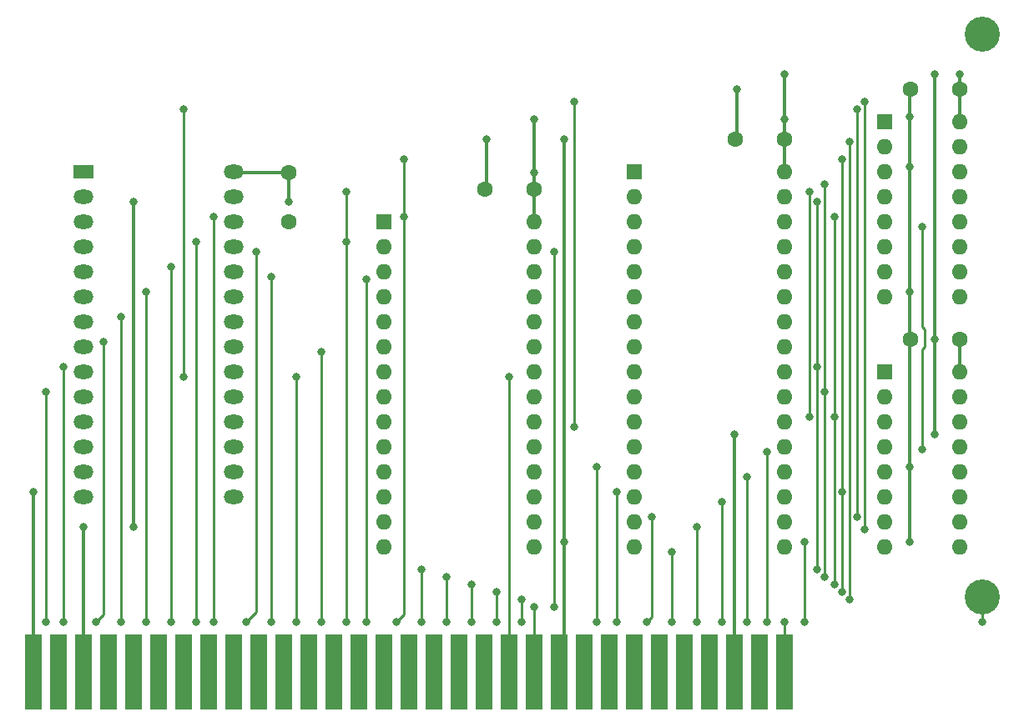
<source format=gbr>
G04 #@! TF.GenerationSoftware,KiCad,Pcbnew,(5.1.8)-1*
G04 #@! TF.CreationDate,2022-01-27T18:09:43-07:00*
G04 #@! TF.ProjectId,512k,3531326b-2e6b-4696-9361-645f70636258,rev?*
G04 #@! TF.SameCoordinates,Original*
G04 #@! TF.FileFunction,Copper,L2,Bot*
G04 #@! TF.FilePolarity,Positive*
%FSLAX46Y46*%
G04 Gerber Fmt 4.6, Leading zero omitted, Abs format (unit mm)*
G04 Created by KiCad (PCBNEW (5.1.8)-1) date 2022-01-27 18:09:43*
%MOMM*%
%LPD*%
G01*
G04 APERTURE LIST*
G04 #@! TA.AperFunction,ComponentPad*
%ADD10C,3.556000*%
G04 #@! TD*
G04 #@! TA.AperFunction,ComponentPad*
%ADD11O,1.600000X1.600000*%
G04 #@! TD*
G04 #@! TA.AperFunction,ComponentPad*
%ADD12R,1.600000X1.600000*%
G04 #@! TD*
G04 #@! TA.AperFunction,ComponentPad*
%ADD13C,1.600000*%
G04 #@! TD*
G04 #@! TA.AperFunction,ComponentPad*
%ADD14O,2.000000X1.440000*%
G04 #@! TD*
G04 #@! TA.AperFunction,ComponentPad*
%ADD15R,2.000000X1.440000*%
G04 #@! TD*
G04 #@! TA.AperFunction,ConnectorPad*
%ADD16R,1.780000X7.620000*%
G04 #@! TD*
G04 #@! TA.AperFunction,ViaPad*
%ADD17C,0.800000*%
G04 #@! TD*
G04 #@! TA.AperFunction,Conductor*
%ADD18C,0.330200*%
G04 #@! TD*
G04 #@! TA.AperFunction,Conductor*
%ADD19C,0.250000*%
G04 #@! TD*
G04 APERTURE END LIST*
D10*
G04 #@! TO.P,R,1*
G04 #@! TO.N,/GND*
X181602380Y-122148600D03*
G04 #@! TD*
G04 #@! TO.P,R,1*
G04 #@! TO.N,N/C*
X181602380Y-64998600D03*
G04 #@! TD*
D11*
G04 #@! TO.P,U5,16*
G04 #@! TO.N,/5+*
X179316380Y-99288600D03*
G04 #@! TO.P,U5,8*
G04 #@! TO.N,/GND*
X171696380Y-117068600D03*
G04 #@! TO.P,U5,15*
G04 #@! TO.N,Net-(U5-Pad15)*
X179316380Y-101828600D03*
G04 #@! TO.P,U5,7*
G04 #@! TO.N,/32K_ROM_CS*
X171696380Y-114528600D03*
G04 #@! TO.P,U5,14*
G04 #@! TO.N,Net-(U5-Pad14)*
X179316380Y-104368600D03*
G04 #@! TO.P,U5,6*
G04 #@! TO.N,/A18*
X171696380Y-111988600D03*
G04 #@! TO.P,U5,13*
G04 #@! TO.N,Net-(U5-Pad13)*
X179316380Y-106908600D03*
G04 #@! TO.P,U5,5*
G04 #@! TO.N,/GND*
X171696380Y-109448600D03*
G04 #@! TO.P,U5,12*
G04 #@! TO.N,Net-(U5-Pad12)*
X179316380Y-109448600D03*
G04 #@! TO.P,U5,4*
G04 #@! TO.N,/UPPER_512K*
X171696380Y-106908600D03*
G04 #@! TO.P,U5,11*
G04 #@! TO.N,Net-(U5-Pad11)*
X179316380Y-111988600D03*
G04 #@! TO.P,U5,3*
G04 #@! TO.N,/A17*
X171696380Y-104368600D03*
G04 #@! TO.P,U5,10*
G04 #@! TO.N,Net-(U5-Pad10)*
X179316380Y-114528600D03*
G04 #@! TO.P,U5,2*
G04 #@! TO.N,/A16*
X171696380Y-101828600D03*
G04 #@! TO.P,U5,9*
G04 #@! TO.N,/32K_RAM_CS*
X179316380Y-117068600D03*
D12*
G04 #@! TO.P,U5,1*
G04 #@! TO.N,/A15*
X171696380Y-99288600D03*
G04 #@! TD*
D11*
G04 #@! TO.P,U4,16*
G04 #@! TO.N,/5+*
X179316380Y-73888600D03*
G04 #@! TO.P,U4,8*
G04 #@! TO.N,/GND*
X171696380Y-91668600D03*
G04 #@! TO.P,U4,15*
G04 #@! TO.N,N/C*
X179316380Y-76428600D03*
G04 #@! TO.P,U4,7*
G04 #@! TO.N,Net-(U4-Pad7)*
X171696380Y-89128600D03*
G04 #@! TO.P,U4,14*
G04 #@! TO.N,N/C*
X179316380Y-78968600D03*
G04 #@! TO.P,U4,6*
G04 #@! TO.N,Net-(U4-Pad6)*
X171696380Y-86588600D03*
G04 #@! TO.P,U4,13*
G04 #@! TO.N,N/C*
X179316380Y-81508600D03*
G04 #@! TO.P,U4,5*
G04 #@! TO.N,/UPPER_512K*
X171696380Y-84048600D03*
G04 #@! TO.P,U4,12*
G04 #@! TO.N,N/C*
X179316380Y-84048600D03*
G04 #@! TO.P,U4,4*
G04 #@! TO.N,/512K_CS*
X171696380Y-81508600D03*
G04 #@! TO.P,U4,11*
G04 #@! TO.N,N/C*
X179316380Y-86588600D03*
G04 #@! TO.P,U4,3*
G04 #@! TO.N,/GND*
X171696380Y-78968600D03*
G04 #@! TO.P,U4,10*
G04 #@! TO.N,N/C*
X179316380Y-89128600D03*
G04 #@! TO.P,U4,2*
G04 #@! TO.N,/A19*
X171696380Y-76428600D03*
G04 #@! TO.P,U4,9*
G04 #@! TO.N,N/C*
X179316380Y-91668600D03*
D12*
G04 #@! TO.P,U4,1*
G04 #@! TO.N,/GND*
X171696380Y-73888600D03*
G04 #@! TD*
D13*
G04 #@! TO.P,C5,2*
G04 #@! TO.N,/5+*
X179316380Y-95986600D03*
G04 #@! TO.P,C5,1*
G04 #@! TO.N,/GND*
X174316380Y-95986600D03*
G04 #@! TD*
G04 #@! TO.P,C4,2*
G04 #@! TO.N,/5+*
X179316380Y-70586600D03*
G04 #@! TO.P,C4,1*
G04 #@! TO.N,/GND*
X174316380Y-70586600D03*
G04 #@! TD*
G04 #@! TO.P,C3,2*
G04 #@! TO.N,/5+*
X161536380Y-75666600D03*
G04 #@! TO.P,C3,1*
G04 #@! TO.N,/GND*
X156536380Y-75666600D03*
G04 #@! TD*
G04 #@! TO.P,C2,2*
G04 #@! TO.N,/5+*
X136136380Y-80746600D03*
G04 #@! TO.P,C2,1*
G04 #@! TO.N,/GND*
X131136380Y-80746600D03*
G04 #@! TD*
D14*
G04 #@! TO.P,U2,15*
G04 #@! TO.N,/D3*
X105656380Y-111988600D03*
G04 #@! TO.P,U2,14*
G04 #@! TO.N,/GND*
X90416380Y-111988600D03*
G04 #@! TO.P,U2,16*
G04 #@! TO.N,/D4*
X105656380Y-109448600D03*
G04 #@! TO.P,U2,13*
G04 #@! TO.N,/D2*
X90416380Y-109448600D03*
G04 #@! TO.P,U2,17*
G04 #@! TO.N,/D5*
X105656380Y-106908600D03*
G04 #@! TO.P,U2,12*
G04 #@! TO.N,/D1*
X90416380Y-106908600D03*
G04 #@! TO.P,U2,18*
G04 #@! TO.N,/D6*
X105656380Y-104368600D03*
G04 #@! TO.P,U2,11*
G04 #@! TO.N,/D0*
X90416380Y-104368600D03*
G04 #@! TO.P,U2,19*
G04 #@! TO.N,/D7*
X105656380Y-101828600D03*
G04 #@! TO.P,U2,10*
G04 #@! TO.N,/A0*
X90416380Y-101828600D03*
G04 #@! TO.P,U2,20*
G04 #@! TO.N,/32K_ROM_CS*
X105656380Y-99288600D03*
G04 #@! TO.P,U2,9*
G04 #@! TO.N,/A1*
X90416380Y-99288600D03*
G04 #@! TO.P,U2,21*
G04 #@! TO.N,/A10*
X105656380Y-96748600D03*
G04 #@! TO.P,U2,8*
G04 #@! TO.N,/A2*
X90416380Y-96748600D03*
G04 #@! TO.P,U2,22*
G04 #@! TO.N,/MRD*
X105656380Y-94208600D03*
G04 #@! TO.P,U2,7*
G04 #@! TO.N,/A3*
X90416380Y-94208600D03*
G04 #@! TO.P,U2,23*
G04 #@! TO.N,/A11*
X105656380Y-91668600D03*
G04 #@! TO.P,U2,6*
G04 #@! TO.N,/A4*
X90416380Y-91668600D03*
G04 #@! TO.P,U2,24*
G04 #@! TO.N,/A9*
X105656380Y-89128600D03*
G04 #@! TO.P,U2,5*
G04 #@! TO.N,/A5*
X90416380Y-89128600D03*
G04 #@! TO.P,U2,25*
G04 #@! TO.N,/A8*
X105656380Y-86588600D03*
G04 #@! TO.P,U2,4*
G04 #@! TO.N,/A6*
X90416380Y-86588600D03*
G04 #@! TO.P,U2,26*
G04 #@! TO.N,/A13*
X105656380Y-84048600D03*
G04 #@! TO.P,U2,3*
G04 #@! TO.N,/A7*
X90416380Y-84048600D03*
G04 #@! TO.P,U2,27*
G04 #@! TO.N,/5+*
X105656380Y-81508600D03*
G04 #@! TO.P,U2,2*
G04 #@! TO.N,/A12*
X90416380Y-81508600D03*
G04 #@! TO.P,U2,28*
G04 #@! TO.N,/5+*
X105656380Y-78968600D03*
D15*
G04 #@! TO.P,U2,1*
G04 #@! TO.N,/A14*
X90416380Y-78968600D03*
G04 #@! TD*
D11*
G04 #@! TO.P,U1,28*
G04 #@! TO.N,/5+*
X136136380Y-84048600D03*
G04 #@! TO.P,U1,14*
G04 #@! TO.N,/GND*
X120896380Y-117068600D03*
G04 #@! TO.P,U1,27*
G04 #@! TO.N,/MWR*
X136136380Y-86588600D03*
G04 #@! TO.P,U1,13*
G04 #@! TO.N,/D2*
X120896380Y-114528600D03*
G04 #@! TO.P,U1,26*
G04 #@! TO.N,/A13*
X136136380Y-89128600D03*
G04 #@! TO.P,U1,12*
G04 #@! TO.N,/D1*
X120896380Y-111988600D03*
G04 #@! TO.P,U1,25*
G04 #@! TO.N,/A8*
X136136380Y-91668600D03*
G04 #@! TO.P,U1,11*
G04 #@! TO.N,/D0*
X120896380Y-109448600D03*
G04 #@! TO.P,U1,24*
G04 #@! TO.N,/A9*
X136136380Y-94208600D03*
G04 #@! TO.P,U1,10*
G04 #@! TO.N,/A0*
X120896380Y-106908600D03*
G04 #@! TO.P,U1,23*
G04 #@! TO.N,/A11*
X136136380Y-96748600D03*
G04 #@! TO.P,U1,9*
G04 #@! TO.N,/A1*
X120896380Y-104368600D03*
G04 #@! TO.P,U1,22*
G04 #@! TO.N,/MRD*
X136136380Y-99288600D03*
G04 #@! TO.P,U1,8*
G04 #@! TO.N,/A2*
X120896380Y-101828600D03*
G04 #@! TO.P,U1,21*
G04 #@! TO.N,/A10*
X136136380Y-101828600D03*
G04 #@! TO.P,U1,7*
G04 #@! TO.N,/A3*
X120896380Y-99288600D03*
G04 #@! TO.P,U1,20*
G04 #@! TO.N,/32K_RAM_CS*
X136136380Y-104368600D03*
G04 #@! TO.P,U1,6*
G04 #@! TO.N,/A4*
X120896380Y-96748600D03*
G04 #@! TO.P,U1,19*
G04 #@! TO.N,/D7*
X136136380Y-106908600D03*
G04 #@! TO.P,U1,5*
G04 #@! TO.N,/A5*
X120896380Y-94208600D03*
G04 #@! TO.P,U1,18*
G04 #@! TO.N,/D6*
X136136380Y-109448600D03*
G04 #@! TO.P,U1,4*
G04 #@! TO.N,/A6*
X120896380Y-91668600D03*
G04 #@! TO.P,U1,17*
G04 #@! TO.N,/D5*
X136136380Y-111988600D03*
G04 #@! TO.P,U1,3*
G04 #@! TO.N,/A7*
X120896380Y-89128600D03*
G04 #@! TO.P,U1,16*
G04 #@! TO.N,/D4*
X136136380Y-114528600D03*
G04 #@! TO.P,U1,2*
G04 #@! TO.N,/A12*
X120896380Y-86588600D03*
G04 #@! TO.P,U1,15*
G04 #@! TO.N,/D3*
X136136380Y-117068600D03*
D12*
G04 #@! TO.P,U1,1*
G04 #@! TO.N,/A14*
X120896380Y-84048600D03*
G04 #@! TD*
D16*
G04 #@! TO.P,J9,31*
G04 #@! TO.N,/GND*
X85336380Y-129768600D03*
G04 #@! TO.P,J9,30*
G04 #@! TO.N,/OSC88*
X87876380Y-129768600D03*
G04 #@! TO.P,J9,29*
G04 #@! TO.N,/5+*
X90416380Y-129768600D03*
G04 #@! TO.P,J9,28*
G04 #@! TO.N,/ALE*
X92956380Y-129768600D03*
G04 #@! TO.P,J9,27*
G04 #@! TO.N,/TC*
X95496380Y-129768600D03*
G04 #@! TO.P,J9,26*
G04 #@! TO.N,/DACK2*
X98036380Y-129768600D03*
G04 #@! TO.P,J9,25*
G04 #@! TO.N,/IRQ3*
X100576380Y-129768600D03*
G04 #@! TO.P,J9,24*
G04 #@! TO.N,/IRQ4*
X103116380Y-129768600D03*
G04 #@! TO.P,J9,23*
G04 #@! TO.N,/IRQ5*
X105656380Y-129768600D03*
G04 #@! TO.P,J9,22*
G04 #@! TO.N,/IRQ6*
X108196380Y-129768600D03*
G04 #@! TO.P,J9,21*
G04 #@! TO.N,/IRQ7*
X110736380Y-129768600D03*
G04 #@! TO.P,J9,20*
G04 #@! TO.N,/CLK88*
X113276380Y-129768600D03*
G04 #@! TO.P,J9,19*
G04 #@! TO.N,/REFRQ*
X115816380Y-129768600D03*
G04 #@! TO.P,J9,18*
G04 #@! TO.N,/DRQ1*
X118356380Y-129768600D03*
G04 #@! TO.P,J9,17*
G04 #@! TO.N,/DACK1*
X120896380Y-129768600D03*
G04 #@! TO.P,J9,16*
G04 #@! TO.N,/DRQ3*
X123436380Y-129768600D03*
G04 #@! TO.P,J9,15*
G04 #@! TO.N,/DACK3*
X125976380Y-129768600D03*
G04 #@! TO.P,J9,14*
G04 #@! TO.N,/IORD*
X128516380Y-129768600D03*
G04 #@! TO.P,J9,13*
G04 #@! TO.N,/IOWR*
X131056380Y-129768600D03*
G04 #@! TO.P,J9,12*
G04 #@! TO.N,/MRD*
X133596380Y-129768600D03*
G04 #@! TO.P,J9,11*
G04 #@! TO.N,/MWR*
X136136380Y-129768600D03*
G04 #@! TO.P,J9,10*
G04 #@! TO.N,/GND*
X138676380Y-129768600D03*
G04 #@! TO.P,J9,9*
G04 #@! TO.N,/12+*
X141216380Y-129768600D03*
G04 #@! TO.P,J9,8*
G04 #@! TO.N,/NC*
X143756380Y-129768600D03*
G04 #@! TO.P,J9,7*
G04 #@! TO.N,/12-*
X146296380Y-129768600D03*
G04 #@! TO.P,J9,6*
G04 #@! TO.N,/DRQ2*
X148836380Y-129768600D03*
G04 #@! TO.P,J9,5*
G04 #@! TO.N,/5-*
X151376380Y-129768600D03*
G04 #@! TO.P,J9,4*
G04 #@! TO.N,/IRQ2*
X153916380Y-129768600D03*
G04 #@! TO.P,J9,3*
G04 #@! TO.N,/5+*
X156456380Y-129768600D03*
G04 #@! TO.P,J9,2*
G04 #@! TO.N,/RESOUT*
X158996380Y-129768600D03*
G04 #@! TO.P,J9,1*
G04 #@! TO.N,/GND*
X161536380Y-129768600D03*
G04 #@! TD*
D13*
G04 #@! TO.P,C1,2*
G04 #@! TO.N,/5+*
X111244380Y-79048600D03*
G04 #@! TO.P,C1,1*
G04 #@! TO.N,/GND*
X111244380Y-84048600D03*
G04 #@! TD*
D11*
G04 #@! TO.P,U3,32*
G04 #@! TO.N,/5+*
X161536380Y-78968600D03*
G04 #@! TO.P,U3,16*
G04 #@! TO.N,/GND*
X146296380Y-117068600D03*
G04 #@! TO.P,U3,31*
G04 #@! TO.N,/A15*
X161536380Y-81508600D03*
G04 #@! TO.P,U3,15*
G04 #@! TO.N,/D2*
X146296380Y-114528600D03*
G04 #@! TO.P,U3,30*
G04 #@! TO.N,/A17*
X161536380Y-84048600D03*
G04 #@! TO.P,U3,14*
G04 #@! TO.N,/D1*
X146296380Y-111988600D03*
G04 #@! TO.P,U3,29*
G04 #@! TO.N,/MWR*
X161536380Y-86588600D03*
G04 #@! TO.P,U3,13*
G04 #@! TO.N,/D0*
X146296380Y-109448600D03*
G04 #@! TO.P,U3,28*
G04 #@! TO.N,/A13*
X161536380Y-89128600D03*
G04 #@! TO.P,U3,12*
G04 #@! TO.N,/A0*
X146296380Y-106908600D03*
G04 #@! TO.P,U3,27*
G04 #@! TO.N,/A8*
X161536380Y-91668600D03*
G04 #@! TO.P,U3,11*
G04 #@! TO.N,/A1*
X146296380Y-104368600D03*
G04 #@! TO.P,U3,26*
G04 #@! TO.N,/A9*
X161536380Y-94208600D03*
G04 #@! TO.P,U3,10*
G04 #@! TO.N,/A2*
X146296380Y-101828600D03*
G04 #@! TO.P,U3,25*
G04 #@! TO.N,/A11*
X161536380Y-96748600D03*
G04 #@! TO.P,U3,9*
G04 #@! TO.N,/A3*
X146296380Y-99288600D03*
G04 #@! TO.P,U3,24*
G04 #@! TO.N,/MRD*
X161536380Y-99288600D03*
G04 #@! TO.P,U3,8*
G04 #@! TO.N,/A4*
X146296380Y-96748600D03*
G04 #@! TO.P,U3,23*
G04 #@! TO.N,/A10*
X161536380Y-101828600D03*
G04 #@! TO.P,U3,7*
G04 #@! TO.N,/A5*
X146296380Y-94208600D03*
G04 #@! TO.P,U3,22*
G04 #@! TO.N,/512K_CS*
X161536380Y-104368600D03*
G04 #@! TO.P,U3,6*
G04 #@! TO.N,/A6*
X146296380Y-91668600D03*
G04 #@! TO.P,U3,21*
G04 #@! TO.N,/D7*
X161536380Y-106908600D03*
G04 #@! TO.P,U3,5*
G04 #@! TO.N,/A7*
X146296380Y-89128600D03*
G04 #@! TO.P,U3,20*
G04 #@! TO.N,/D6*
X161536380Y-109448600D03*
G04 #@! TO.P,U3,4*
G04 #@! TO.N,/A12*
X146296380Y-86588600D03*
G04 #@! TO.P,U3,19*
G04 #@! TO.N,/D5*
X161536380Y-111988600D03*
G04 #@! TO.P,U3,3*
G04 #@! TO.N,/A14*
X146296380Y-84048600D03*
G04 #@! TO.P,U3,18*
G04 #@! TO.N,/D4*
X161536380Y-114528600D03*
G04 #@! TO.P,U3,2*
G04 #@! TO.N,/A16*
X146296380Y-81508600D03*
G04 #@! TO.P,U3,17*
G04 #@! TO.N,/D3*
X161536380Y-117068600D03*
D12*
G04 #@! TO.P,U3,1*
G04 #@! TO.N,/A18*
X146296380Y-78968600D03*
G04 #@! TD*
D17*
G04 #@! TO.N,/5+*
X161536380Y-69062600D03*
X161536380Y-73634600D03*
X136136380Y-73634600D03*
X136136380Y-79048600D03*
X111244380Y-82016600D03*
X179316380Y-69062600D03*
X176776380Y-69062600D03*
X176776380Y-95986600D03*
X90416380Y-115036600D03*
X95496380Y-115036600D03*
X95496380Y-82016600D03*
X156456380Y-105638600D03*
X176776380Y-105638600D03*
G04 #@! TO.N,/GND*
X85336380Y-111480600D03*
X139184380Y-116560600D03*
X161536380Y-124688600D03*
X163568380Y-124688600D03*
X181602380Y-124688600D03*
X174236380Y-116560600D03*
X174236380Y-108940600D03*
X174236380Y-78460600D03*
X174236380Y-91160600D03*
X131310380Y-75666600D03*
X156710380Y-70586600D03*
X174236380Y-73380600D03*
X139184380Y-75666600D03*
X163568380Y-116560600D03*
G04 #@! TO.N,/D7*
X159758380Y-107416600D03*
X159758380Y-124688608D03*
G04 #@! TO.N,/D6*
X157726380Y-124688600D03*
X157726380Y-109956600D03*
G04 #@! TO.N,/D5*
X155186380Y-124688600D03*
X155186380Y-112496600D03*
G04 #@! TO.N,/D4*
X152646380Y-124688600D03*
X152646380Y-115036600D03*
G04 #@! TO.N,/D3*
X150106380Y-124688600D03*
X150106380Y-117576600D03*
G04 #@! TO.N,/D2*
X147566380Y-124688600D03*
X148074380Y-114020600D03*
G04 #@! TO.N,/D1*
X144518380Y-124688600D03*
X144518380Y-111480600D03*
G04 #@! TO.N,/D0*
X142486380Y-124688600D03*
X142486380Y-108940600D03*
G04 #@! TO.N,/A19*
X134866380Y-124688600D03*
X134866380Y-122402600D03*
X168140380Y-122402600D03*
X168140380Y-75920600D03*
G04 #@! TO.N,/A18*
X132326380Y-124688600D03*
X132326380Y-121640600D03*
X167378380Y-121640600D03*
X167378380Y-111480600D03*
X167378380Y-77698600D03*
G04 #@! TO.N,/A17*
X129786380Y-124688600D03*
X129786380Y-120878600D03*
X166616380Y-120878622D03*
X166616380Y-103860600D03*
X166616380Y-83540600D03*
G04 #@! TO.N,/A16*
X127246380Y-124688600D03*
X127246380Y-120116600D03*
X165600380Y-120116600D03*
X165600380Y-101320600D03*
X165600380Y-80238600D03*
G04 #@! TO.N,/A15*
X124706380Y-124688600D03*
X124706380Y-119354600D03*
X164838380Y-119354600D03*
X164838380Y-98780600D03*
X164838380Y-82016600D03*
G04 #@! TO.N,/A14*
X122166380Y-124688600D03*
X122928380Y-83540600D03*
X122928380Y-77698600D03*
G04 #@! TO.N,/A13*
X119118380Y-124688600D03*
X119118380Y-89890600D03*
G04 #@! TO.N,/A12*
X117086380Y-124688600D03*
X117086380Y-86080600D03*
X117086380Y-81000600D03*
G04 #@! TO.N,/A11*
X114546380Y-124688600D03*
X114546380Y-97256600D03*
G04 #@! TO.N,/A10*
X112006380Y-124688600D03*
X112006380Y-99796600D03*
G04 #@! TO.N,/A9*
X109466380Y-124688600D03*
X109466380Y-89636600D03*
G04 #@! TO.N,/A8*
X106926380Y-124688600D03*
X107942380Y-87096600D03*
G04 #@! TO.N,/A7*
X103624380Y-83540600D03*
X103624380Y-124688600D03*
G04 #@! TO.N,/A6*
X101846380Y-124688600D03*
X101846380Y-86080600D03*
G04 #@! TO.N,/A5*
X99306380Y-124688600D03*
X99306380Y-88620600D03*
G04 #@! TO.N,/A4*
X96766380Y-124688600D03*
X96766380Y-91160600D03*
G04 #@! TO.N,/A3*
X94226380Y-124688600D03*
X94226380Y-93700600D03*
G04 #@! TO.N,/A2*
X91686380Y-124688600D03*
X92448380Y-96240600D03*
G04 #@! TO.N,/A1*
X88384380Y-124688600D03*
X88384380Y-98780600D03*
G04 #@! TO.N,/A0*
X86606380Y-124688600D03*
X86606380Y-101320600D03*
G04 #@! TO.N,/MWR*
X136136380Y-123164600D03*
X138168380Y-123164600D03*
X138168380Y-87096600D03*
G04 #@! TO.N,/MRD*
X133596380Y-99796600D03*
G04 #@! TO.N,/32K_RAM_CS*
X169664380Y-115290600D03*
X140200380Y-104876600D03*
X140200380Y-71856600D03*
X169664380Y-71856600D03*
G04 #@! TO.N,/32K_ROM_CS*
X168902380Y-114020600D03*
X168902380Y-72618600D03*
X100576380Y-99796600D03*
X100576380Y-72618600D03*
G04 #@! TO.N,/512K_CS*
X164076380Y-103860600D03*
X164076380Y-81000600D03*
G04 #@! TO.N,/UPPER_512K*
X175506380Y-84556600D03*
X175506380Y-107162600D03*
G04 #@! TD*
D18*
G04 #@! TO.N,/5+*
X161536380Y-69062600D02*
X161536380Y-73634600D01*
X161536380Y-75666600D02*
X161536380Y-73634600D01*
X161536380Y-78968600D02*
X161536380Y-75666600D01*
X136136380Y-73634600D02*
X136136380Y-79048600D01*
X136136380Y-79048600D02*
X136136380Y-80746600D01*
X136136380Y-80746600D02*
X136136380Y-84048600D01*
X105736380Y-79048600D02*
X105656380Y-78968600D01*
X111244380Y-79048600D02*
X105736380Y-79048600D01*
X111244380Y-79048600D02*
X111244380Y-82016600D01*
X111244380Y-82016600D02*
X111244380Y-82016600D01*
X179316380Y-69062600D02*
X179316380Y-70586600D01*
X179316380Y-70586600D02*
X179316380Y-73888600D01*
X176776380Y-69062600D02*
X176776380Y-95986600D01*
X179316380Y-95986600D02*
X179316380Y-99288600D01*
X90416380Y-129768600D02*
X90416380Y-115036600D01*
X90416380Y-115036600D02*
X90416380Y-115036600D01*
X95496380Y-115036600D02*
X95496380Y-82016600D01*
X95496380Y-82016600D02*
X95496380Y-82016600D01*
X156456380Y-129768600D02*
X156456380Y-110153598D01*
X156456380Y-110153598D02*
X156456380Y-105638600D01*
X156456380Y-105638600D02*
X156456380Y-105638600D01*
X176776380Y-95986600D02*
X176776380Y-105638600D01*
X176776380Y-105638600D02*
X176776380Y-105638600D01*
G04 #@! TO.N,/GND*
X85336380Y-129768600D02*
X85336380Y-111480600D01*
X85336380Y-111480600D02*
X85336380Y-111480600D01*
X138676380Y-129768600D02*
X138676380Y-127482600D01*
X138676380Y-127482600D02*
X139184380Y-126974600D01*
X139184380Y-126974600D02*
X139184380Y-116814600D01*
X139184380Y-116814600D02*
X139184380Y-116560600D01*
X139184380Y-116560600D02*
X139184380Y-116560600D01*
D19*
X163568380Y-124688600D02*
X163568380Y-124688600D01*
X161536380Y-129768600D02*
X161536380Y-124688600D01*
X161536380Y-124688600D02*
X161536380Y-124688600D01*
X163568380Y-124688600D02*
X163568380Y-116560600D01*
X181602380Y-124688600D02*
X181602380Y-122148600D01*
D18*
X174236380Y-96066600D02*
X174236380Y-108940600D01*
X174316380Y-95986600D02*
X174236380Y-96066600D01*
X174236380Y-116560600D02*
X174236380Y-116560600D01*
X174236380Y-108940600D02*
X174236380Y-116560600D01*
X174236380Y-95906600D02*
X174316380Y-95986600D01*
X174236380Y-70666600D02*
X174236380Y-73380600D01*
X174316380Y-70586600D02*
X174236380Y-70666600D01*
X174236380Y-78460600D02*
X174236380Y-91160600D01*
X174236380Y-91160600D02*
X174236380Y-95906600D01*
X111244380Y-84048600D02*
X111498380Y-84048600D01*
X131310380Y-80572600D02*
X131136380Y-80746600D01*
X131310380Y-75666600D02*
X131310380Y-80572600D01*
X156710380Y-75492600D02*
X156710380Y-70586600D01*
X156536380Y-75666600D02*
X156710380Y-75492600D01*
X174236380Y-73380600D02*
X174236380Y-78460600D01*
X139184380Y-116560600D02*
X139184380Y-75666600D01*
X139184380Y-75666600D02*
X139184380Y-75666600D01*
D19*
G04 #@! TO.N,/D7*
X159758380Y-107416600D02*
X159758380Y-107416600D01*
X159758380Y-107416600D02*
X159758380Y-124688608D01*
G04 #@! TO.N,/D6*
X157726380Y-124688600D02*
X157726380Y-109956600D01*
X157726380Y-109956600D02*
X157726380Y-109956600D01*
G04 #@! TO.N,/D5*
X155186380Y-124688600D02*
X155186380Y-112496600D01*
X155186380Y-112496600D02*
X155186380Y-112496600D01*
G04 #@! TO.N,/D4*
X152646380Y-124688600D02*
X152646380Y-115036600D01*
X152646380Y-115036600D02*
X152646380Y-115036600D01*
G04 #@! TO.N,/D3*
X150106380Y-124688600D02*
X150106380Y-117576600D01*
X150106380Y-117576600D02*
X150106380Y-117576600D01*
G04 #@! TO.N,/D2*
X147566380Y-124688600D02*
X148074380Y-124180600D01*
X148074380Y-124180600D02*
X148074380Y-114020600D01*
X148074380Y-114020600D02*
X148074380Y-114020600D01*
G04 #@! TO.N,/D1*
X144518380Y-111480600D02*
X144518380Y-111480600D01*
X144518380Y-111480600D02*
X144518380Y-124688600D01*
G04 #@! TO.N,/D0*
X142486380Y-124688600D02*
X142486380Y-108940600D01*
X142486380Y-108940600D02*
X142486380Y-108940600D01*
G04 #@! TO.N,/A19*
X134866380Y-124688600D02*
X134866380Y-122402600D01*
X134866380Y-122402600D02*
X134866380Y-122402600D01*
X168140380Y-122402600D02*
X168140380Y-75920600D01*
X168140380Y-75920600D02*
X168140380Y-75920600D01*
G04 #@! TO.N,/A18*
X132326380Y-124688600D02*
X132326380Y-121640600D01*
X132326380Y-121640600D02*
X132326380Y-121640600D01*
X167378380Y-121640600D02*
X167378380Y-111480600D01*
X167378380Y-111480600D02*
X167378380Y-111480600D01*
X167378380Y-77698600D02*
X167378380Y-111480600D01*
G04 #@! TO.N,/A17*
X129786380Y-124688600D02*
X129786380Y-120878600D01*
X129786380Y-120878600D02*
X129786380Y-120878600D01*
X166616380Y-120878622D02*
X166616380Y-103860600D01*
X166616380Y-103860600D02*
X166616380Y-103860600D01*
X166616380Y-103860600D02*
X166616380Y-83540600D01*
X166616380Y-83540600D02*
X166616380Y-83540600D01*
G04 #@! TO.N,/A16*
X127246380Y-124688600D02*
X127246380Y-120116600D01*
X127246380Y-120116600D02*
X127246380Y-120116600D01*
X165600380Y-120116600D02*
X165600380Y-101320600D01*
X165600380Y-101320600D02*
X165600380Y-101320600D01*
X165600380Y-101320600D02*
X165600380Y-80238600D01*
X165600380Y-80238600D02*
X165600380Y-80238600D01*
G04 #@! TO.N,/A15*
X124706380Y-124688600D02*
X124706380Y-119354600D01*
X124706380Y-119354600D02*
X124706380Y-119354600D01*
X164838380Y-119354600D02*
X164838380Y-98780600D01*
X164838380Y-98780600D02*
X164838380Y-98780600D01*
X164838380Y-98780600D02*
X164838380Y-82016600D01*
X164838380Y-82016600D02*
X164838380Y-82016600D01*
G04 #@! TO.N,/A14*
X122166380Y-124688600D02*
X122928380Y-123926600D01*
X122928380Y-123926600D02*
X122928380Y-83540600D01*
X122928380Y-83540600D02*
X122928380Y-83540600D01*
X122928380Y-77698600D02*
X122928380Y-83540600D01*
G04 #@! TO.N,/A13*
X119118380Y-124122915D02*
X119118380Y-124688600D01*
X119118380Y-89890600D02*
X119118380Y-124122915D01*
G04 #@! TO.N,/A12*
X117086380Y-124688600D02*
X117086380Y-86080600D01*
X117086380Y-86080600D02*
X117086380Y-86080600D01*
X117086380Y-81000600D02*
X117086380Y-86080600D01*
G04 #@! TO.N,/A11*
X114546380Y-124688600D02*
X114546380Y-97256600D01*
X114546380Y-97256600D02*
X114546380Y-97256600D01*
G04 #@! TO.N,/A10*
X112006380Y-124688600D02*
X112006380Y-99796600D01*
X112006380Y-99796600D02*
X112006380Y-99796600D01*
G04 #@! TO.N,/A9*
X109466380Y-124688600D02*
X109466380Y-89636600D01*
X109466380Y-89636600D02*
X109466380Y-89636600D01*
G04 #@! TO.N,/A8*
X106926380Y-124688600D02*
X107942380Y-123672600D01*
X107942380Y-123672600D02*
X107942380Y-87096600D01*
X107942380Y-87096600D02*
X107942380Y-87096600D01*
G04 #@! TO.N,/A7*
X103624380Y-83540600D02*
X103624380Y-83540600D01*
X103624380Y-83540600D02*
X103624380Y-124688600D01*
G04 #@! TO.N,/A6*
X101846380Y-124688600D02*
X101846380Y-86080600D01*
G04 #@! TO.N,/A5*
X99306380Y-124688600D02*
X99306380Y-88620600D01*
G04 #@! TO.N,/A4*
X96766380Y-124688600D02*
X96766380Y-91160600D01*
G04 #@! TO.N,/A3*
X94226380Y-124688600D02*
X94226380Y-93700600D01*
G04 #@! TO.N,/A2*
X91686380Y-124688600D02*
X92448380Y-123926600D01*
X92448380Y-123926600D02*
X92448380Y-96240600D01*
X92448380Y-96240600D02*
X92448380Y-96240600D01*
G04 #@! TO.N,/A1*
X88384380Y-98780600D02*
X88384380Y-98780600D01*
X88384380Y-98780600D02*
X88384380Y-124688600D01*
G04 #@! TO.N,/A0*
X86606380Y-124688600D02*
X86606380Y-101320600D01*
X86606380Y-101320600D02*
X86606380Y-101320600D01*
G04 #@! TO.N,/MWR*
X136136380Y-129768600D02*
X136136380Y-123164600D01*
X136136380Y-123164600D02*
X136136380Y-123164600D01*
X138168380Y-123164600D02*
X138168380Y-87096600D01*
X138168380Y-87096600D02*
X138168380Y-87096600D01*
G04 #@! TO.N,/MRD*
X133596380Y-129768600D02*
X133596380Y-99796600D01*
X133596380Y-99796600D02*
X133596380Y-99796600D01*
G04 #@! TO.N,/32K_RAM_CS*
X169664380Y-115290600D02*
X169664380Y-71856600D01*
X140200380Y-104876600D02*
X140200380Y-75609598D01*
X140200380Y-75609598D02*
X140200380Y-71856600D01*
X140200380Y-71856600D02*
X140200380Y-71856600D01*
G04 #@! TO.N,/32K_ROM_CS*
X168902380Y-114020600D02*
X168902380Y-72618600D01*
X168902380Y-72618600D02*
X168902380Y-72618600D01*
X100576380Y-99796600D02*
X100576380Y-72618600D01*
X100576380Y-72618600D02*
X100576380Y-72618600D01*
G04 #@! TO.N,/512K_CS*
X164076380Y-103860600D02*
X164076380Y-103860600D01*
X164076380Y-103860600D02*
X164076380Y-81000600D01*
G04 #@! TO.N,/UPPER_512K*
X175506380Y-97002600D02*
X175506380Y-107162600D01*
X175760380Y-96748600D02*
X175506380Y-97002600D01*
X175760380Y-94970600D02*
X175760380Y-96748600D01*
X175506380Y-94716600D02*
X175760380Y-94970600D01*
X175506380Y-84556600D02*
X175506380Y-94716600D01*
G04 #@! TD*
M02*

</source>
